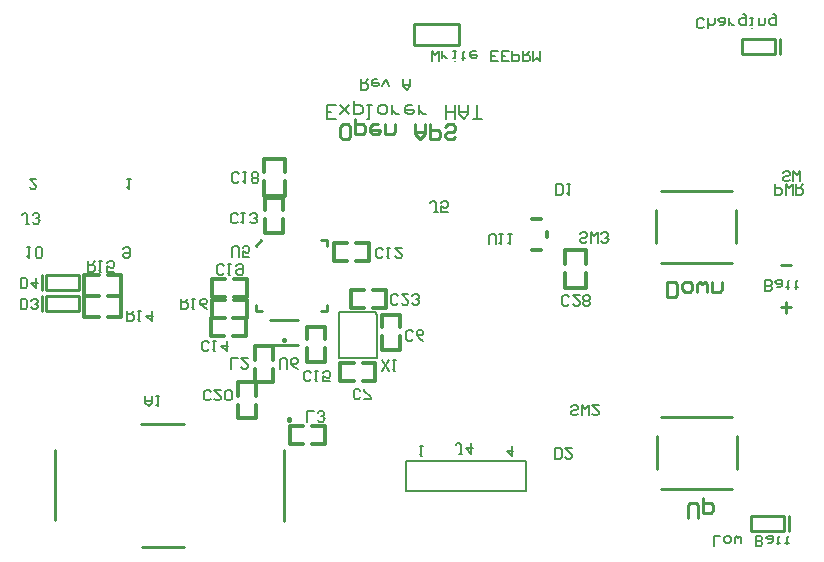
<source format=gbo>
*%FSLAX23Y23*%
*%MOIN*%
G01*
%ADD11C,0.000*%
%ADD12C,0.001*%
%ADD13C,0.002*%
%ADD14C,0.006*%
%ADD15C,0.007*%
%ADD16C,0.007*%
%ADD17C,0.008*%
%ADD18C,0.010*%
%ADD19C,0.012*%
%ADD20C,0.015*%
%ADD21C,0.015*%
%ADD22C,0.018*%
%ADD23C,0.022*%
%ADD24C,0.024*%
%ADD25C,0.025*%
%ADD26C,0.029*%
%ADD27C,0.031*%
%ADD28C,0.031*%
%ADD29C,0.035*%
%ADD30C,0.035*%
%ADD31C,0.039*%
%ADD32C,0.039*%
%ADD33C,0.046*%
%ADD34C,0.050*%
%ADD35C,0.051*%
%ADD36C,0.051*%
%ADD37C,0.054*%
%ADD38C,0.055*%
%ADD39C,0.059*%
%ADD40C,0.059*%
%ADD41C,0.070*%
%ADD42C,0.074*%
%ADD43C,0.115*%
%ADD44C,0.135*%
%ADD45C,0.138*%
%ADD46C,0.138*%
%ADD47C,0.158*%
%ADD48C,0.158*%
%ADD49C,0.190*%
%ADD50C,0.194*%
%ADD51C,0.236*%
%ADD52C,0.240*%
%ADD53R,0.011X0.030*%
%ADD54R,0.012X0.030*%
%ADD55R,0.014X0.033*%
%ADD56R,0.014X0.037*%
%ADD57R,0.015X0.034*%
%ADD58R,0.016X0.034*%
%ADD59R,0.018X0.037*%
%ADD60R,0.018X0.041*%
%ADD61R,0.020X0.025*%
%ADD62R,0.021X0.021*%
%ADD63R,0.024X0.029*%
%ADD64R,0.025X0.020*%
%ADD65R,0.029X0.024*%
%ADD66R,0.030X0.011*%
%ADD67R,0.030X0.030*%
%ADD68R,0.031X0.031*%
%ADD69R,0.033X0.014*%
%ADD70R,0.034X0.015*%
%ADD71R,0.034X0.034*%
%ADD72R,0.035X0.035*%
%ADD73R,0.037X0.014*%
%ADD74R,0.037X0.018*%
%ADD75R,0.039X0.055*%
%ADD76R,0.039X0.014*%
%ADD77R,0.041X0.018*%
%ADD78R,0.043X0.059*%
%ADD79R,0.043X0.018*%
%ADD80R,0.047X0.055*%
%ADD81R,0.048X0.024*%
%ADD82R,0.050X0.023*%
%ADD83R,0.050X0.060*%
%ADD84R,0.050X0.135*%
%ADD85R,0.051X0.071*%
%ADD86R,0.051X0.059*%
%ADD87R,0.052X0.028*%
%ADD88R,0.054X0.027*%
%ADD89R,0.054X0.064*%
%ADD90R,0.054X0.139*%
%ADD91R,0.055X0.039*%
%ADD92R,0.055X0.075*%
%ADD93R,0.057X0.012*%
%ADD94R,0.057X0.067*%
%ADD95R,0.059X0.043*%
%ADD96R,0.060X0.060*%
%ADD97R,0.061X0.024*%
%ADD98R,0.061X0.051*%
%ADD99R,0.061X0.016*%
%ADD100R,0.061X0.071*%
%ADD101R,0.063X0.039*%
%ADD102R,0.064X0.064*%
%ADD103R,0.065X0.028*%
%ADD104R,0.065X0.055*%
%ADD105R,0.067X0.043*%
%ADD106R,0.085X0.030*%
%ADD107R,0.089X0.034*%
%ADD108R,0.094X0.030*%
%ADD109R,0.098X0.034*%
%ADD110R,0.104X0.104*%
%ADD111R,0.108X0.108*%
%ADD112R,0.116X0.138*%
%ADD113R,0.120X0.142*%
%ADD114R,0.134X0.059*%
%ADD115R,0.138X0.039*%
%ADD116R,0.138X0.063*%
%ADD117R,0.142X0.043*%
%ADD118R,0.169X0.169*%
%ADD119R,0.173X0.173*%
%ADD120R,0.250X0.250*%
D14*
X9747Y8564D02*
Y8599D01*
Y8564D02*
X9764D01*
X9770Y8570D01*
Y8582D01*
X9764Y8587D01*
X9747D01*
X9759D02*
X9770Y8599D01*
X9788D02*
X9799D01*
X9788D02*
X9782Y8593D01*
Y8582D01*
X9788Y8576D01*
X9799D01*
X9805Y8582D01*
Y8587D01*
X9782D01*
X9817Y8576D02*
X9829Y8599D01*
X9840Y8576D01*
X9887D02*
Y8599D01*
Y8576D02*
X9899Y8564D01*
X9910Y8576D01*
Y8599D01*
Y8582D01*
X9887D01*
X9982Y8659D02*
Y8694D01*
X9994Y8682D01*
X10005Y8694D01*
Y8659D01*
X10017Y8671D02*
Y8694D01*
Y8682D01*
X10023Y8677D01*
X10029Y8671D01*
X10034D01*
X10052Y8694D02*
X10064D01*
X10058D01*
Y8671D01*
X10052D01*
X10058Y8659D02*
X10059D01*
X10087Y8665D02*
Y8671D01*
X10081D01*
X10093D01*
X10087D01*
Y8688D01*
X10093Y8694D01*
X10116D02*
X10128D01*
X10116D02*
X10110Y8688D01*
Y8677D01*
X10116Y8671D01*
X10128D01*
X10134Y8677D01*
Y8682D01*
X10110D01*
X10180Y8659D02*
X10204D01*
X10180D02*
Y8694D01*
X10204D01*
X10192Y8677D02*
X10180D01*
X10215Y8659D02*
X10239D01*
X10215D02*
Y8694D01*
X10239D01*
X10227Y8677D02*
X10215D01*
X10250Y8694D02*
Y8659D01*
X10268D01*
X10274Y8665D01*
Y8677D01*
X10268Y8682D01*
X10250D01*
X10285Y8694D02*
Y8659D01*
X10303D01*
X10309Y8665D01*
Y8677D01*
X10303Y8682D01*
X10285D01*
X10297D02*
X10309Y8694D01*
X10320D02*
Y8659D01*
X10332Y8671D01*
X10344Y8659D01*
Y8694D01*
X11092Y7929D02*
Y7894D01*
Y7929D02*
X11109D01*
X11115Y7923D01*
Y7917D01*
X11109Y7912D01*
X11092D01*
X11093D01*
X11092D02*
X11093D01*
X11092D02*
X11093D01*
X11092D02*
X11109D01*
X11115Y7906D01*
Y7900D01*
X11109Y7894D01*
X11092D01*
X11133Y7906D02*
X11144D01*
X11150Y7912D01*
Y7929D01*
X11133D01*
X11127Y7923D01*
X11133Y7917D01*
X11150D01*
X11168Y7906D02*
Y7900D01*
Y7906D02*
X11162D01*
X11174D01*
X11168D01*
Y7923D01*
X11174Y7929D01*
X11197Y7906D02*
Y7900D01*
Y7906D02*
X11191D01*
X11203D01*
X11197D01*
Y7923D01*
X11203Y7929D01*
X10248Y7378D02*
Y7343D01*
X10231Y7361D01*
X10254D01*
X9953Y7378D02*
X9941D01*
X9947D02*
X9953D01*
X9947D02*
Y7343D01*
X9948D01*
X9947D02*
X9941Y7349D01*
X9661Y8468D02*
X9631D01*
Y8513D01*
X9661D01*
X9646Y8491D02*
X9631D01*
X9676Y8483D02*
X9706Y8513D01*
X9691Y8498D01*
X9706Y8483D01*
X9676Y8513D01*
X9721Y8528D02*
Y8483D01*
X9743D01*
X9751Y8491D01*
Y8506D01*
X9743Y8513D01*
X9721D01*
X9766D02*
X9781D01*
X9773D01*
Y8468D01*
X9766D01*
X9811Y8513D02*
X9826D01*
X9833Y8506D01*
Y8491D01*
X9826Y8483D01*
X9811D01*
X9803Y8491D01*
Y8506D01*
X9811Y8513D01*
X9848D02*
Y8483D01*
Y8498D02*
Y8513D01*
Y8498D02*
X9856Y8491D01*
X9863Y8483D01*
X9871D01*
X9901Y8513D02*
X9916D01*
X9901D02*
X9893Y8506D01*
Y8491D01*
X9901Y8483D01*
X9916D01*
X9923Y8491D01*
Y8498D01*
X9893D01*
X9938Y8483D02*
Y8513D01*
Y8498D01*
X9946Y8491D01*
X9953Y8483D01*
X9961D01*
X10028Y8468D02*
Y8513D01*
Y8491D01*
X10058D01*
Y8468D01*
Y8513D01*
X10073D02*
Y8483D01*
X10088Y8468D01*
X10103Y8483D01*
Y8513D01*
Y8491D01*
X10073D01*
X10118Y8468D02*
X10148D01*
X10133D01*
Y8513D01*
X8664Y8268D02*
X8641D01*
X8664Y8245D01*
Y8239D01*
X8658Y8233D01*
X8647D01*
X8641Y8239D01*
X8966Y8268D02*
X8978D01*
X8972D01*
Y8233D01*
X8973D01*
X8972D02*
X8966Y8239D01*
X10921Y7078D02*
Y7043D01*
Y7078D02*
X10944D01*
X10962D02*
X10973D01*
X10979Y7072D01*
Y7061D01*
X10973Y7055D01*
X10962D01*
X10956Y7061D01*
Y7072D01*
X10962Y7078D01*
X10991Y7072D02*
Y7055D01*
Y7072D02*
X10997Y7078D01*
X11003Y7072D01*
X11008Y7078D01*
X11014Y7072D01*
Y7055D01*
X11061Y7043D02*
Y7078D01*
X11078D01*
X11084Y7072D01*
Y7066D01*
X11078Y7061D01*
X11061D01*
X11062D01*
X11061D02*
X11062D01*
X11061D02*
X11062D01*
X11061D02*
X11078D01*
X11084Y7055D01*
Y7049D01*
X11078Y7043D01*
X11061D01*
X11102Y7055D02*
X11113D01*
X11119Y7061D01*
Y7078D01*
X11102D01*
X11096Y7072D01*
X11102Y7066D01*
X11119D01*
X11137Y7055D02*
Y7049D01*
Y7055D02*
X11131D01*
X11143D01*
X11137D01*
Y7072D01*
X11143Y7078D01*
X11166Y7055D02*
Y7049D01*
Y7055D02*
X11160D01*
X11172D01*
X11166D01*
Y7072D01*
X11172Y7078D01*
X10884Y8769D02*
X10890Y8775D01*
X10884Y8769D02*
X10873D01*
X10867Y8775D01*
Y8798D01*
X10873Y8804D01*
X10884D01*
X10890Y8798D01*
X10902Y8804D02*
Y8769D01*
Y8787D02*
Y8804D01*
Y8787D02*
X10908Y8781D01*
X10919D01*
X10925Y8787D01*
Y8804D01*
X10943Y8781D02*
X10954D01*
X10960Y8787D01*
Y8804D01*
X10943D01*
X10937Y8798D01*
X10943Y8792D01*
X10960D01*
X10972Y8781D02*
Y8804D01*
Y8792D01*
X10978Y8787D01*
X10984Y8781D01*
X10989D01*
X11019Y8816D02*
X11024D01*
X11030Y8810D01*
Y8781D01*
X11013D01*
X11007Y8787D01*
Y8798D01*
X11013Y8804D01*
X11030D01*
X11042D02*
X11054D01*
X11048D01*
Y8781D01*
X11042D01*
X11048Y8769D02*
X11049D01*
X11071Y8781D02*
Y8804D01*
Y8781D02*
X11089D01*
X11094Y8787D01*
Y8804D01*
X11118Y8816D02*
X11124D01*
X11129Y8810D01*
Y8781D01*
X11112D01*
X11106Y8787D01*
Y8798D01*
X11112Y8804D01*
X11129D01*
X8958Y8039D02*
X8952Y8033D01*
X8958Y8039D02*
X8969D01*
X8975Y8033D01*
Y8010D01*
X8969Y8004D01*
X8958D01*
X8952Y8010D01*
Y8016D01*
X8958Y8022D01*
X8975D01*
X8644Y8039D02*
X8632D01*
X8638D02*
X8644D01*
X8638D02*
Y8004D01*
X8639D01*
X8638D02*
X8632Y8010D01*
X8661D02*
X8667Y8004D01*
X8679D01*
X8684Y8010D01*
Y8033D01*
X8679Y8039D01*
X8667D01*
X8661Y8033D01*
Y8010D01*
X11127Y8214D02*
Y8249D01*
Y8214D02*
X11144D01*
X11150Y8220D01*
Y8232D01*
X11144Y8237D01*
X11127D01*
X11162Y8249D02*
Y8214D01*
X11174Y8237D02*
X11162Y8249D01*
X11174Y8237D02*
X11185Y8249D01*
Y8214D01*
X11197D02*
Y8249D01*
Y8214D02*
X11214D01*
X11220Y8220D01*
Y8232D01*
X11214Y8237D01*
X11197D01*
X11209D02*
X11220Y8249D01*
X11175Y8265D02*
X11169Y8259D01*
X11158D01*
X11152Y8265D01*
Y8271D01*
X11158Y8277D01*
X11169D01*
X11175Y8282D01*
Y8288D01*
X11169Y8294D01*
X11158D01*
X11152Y8288D01*
X11187Y8294D02*
Y8259D01*
X11199Y8282D02*
X11187Y8294D01*
X11199Y8282D02*
X11210Y8294D01*
Y8259D01*
X10392Y7369D02*
Y7334D01*
Y7369D02*
X10409D01*
X10415Y7363D01*
Y7340D01*
X10409Y7334D01*
X10392D01*
X10427Y7369D02*
X10450D01*
X10427D02*
X10450Y7346D01*
Y7340D01*
X10444Y7334D01*
X10433D01*
X10427Y7340D01*
X10464Y7479D02*
X10470Y7485D01*
X10464Y7479D02*
X10453D01*
X10447Y7485D01*
Y7491D01*
X10453Y7497D01*
X10464D01*
X10470Y7502D01*
Y7508D01*
X10464Y7514D01*
X10453D01*
X10447Y7508D01*
X10482Y7514D02*
Y7479D01*
X10494Y7502D02*
X10482Y7514D01*
X10494Y7502D02*
X10505Y7514D01*
Y7479D01*
X10517Y7514D02*
X10540D01*
X10517D02*
X10540Y7491D01*
Y7485D01*
X10534Y7479D01*
X10523D01*
X10517Y7485D01*
X10084Y7352D02*
X10073D01*
X10078D01*
Y7381D01*
X10073Y7387D01*
X10067D01*
X10061Y7381D01*
X10113Y7387D02*
Y7352D01*
X10096Y7370D01*
X10119D01*
X8639Y8118D02*
X8628D01*
X8633D01*
Y8147D01*
X8628Y8153D01*
X8622D01*
X8616Y8147D01*
X8651Y8124D02*
X8657Y8118D01*
X8668D01*
X8674Y8124D01*
Y8130D01*
X8675D01*
X8674D02*
X8675D01*
X8674D02*
X8675D01*
X8674D02*
X8668Y8136D01*
X8663D01*
X8668D01*
X8674Y8141D01*
Y8147D01*
X8668Y8153D01*
X8657D01*
X8651Y8147D01*
X9334Y8254D02*
X9340Y8260D01*
X9334Y8254D02*
X9323D01*
X9317Y8260D01*
Y8283D01*
X9323Y8289D01*
X9334D01*
X9340Y8283D01*
X9352Y8289D02*
X9364D01*
X9358D01*
Y8254D01*
X9359D01*
X9358D02*
X9352Y8260D01*
X9381D02*
X9387Y8254D01*
X9399D01*
X9404Y8260D01*
Y8266D01*
X9399Y8272D01*
X9404Y8277D01*
Y8283D01*
X9399Y8289D01*
X9387D01*
X9381Y8283D01*
Y8277D01*
X9387Y8272D01*
X9381Y8266D01*
Y8260D01*
X9387Y8272D02*
X9399D01*
X9335Y8125D02*
X9329Y8119D01*
X9318D01*
X9312Y8125D01*
Y8148D01*
X9318Y8154D01*
X9329D01*
X9335Y8148D01*
X9347Y8154D02*
X9359D01*
X9353D01*
Y8119D01*
X9354D01*
X9353D02*
X9347Y8125D01*
X9376D02*
X9382Y8119D01*
X9394D01*
X9399Y8125D01*
Y8131D01*
X9400D01*
X9399D02*
X9400D01*
X9399D02*
X9400D01*
X9399D02*
X9394Y8137D01*
X9388D01*
X9394D01*
X9399Y8142D01*
Y8148D01*
X9394Y8154D01*
X9382D01*
X9376Y8148D01*
X9316Y8037D02*
Y8008D01*
Y8037D02*
X9322Y8043D01*
X9333D01*
X9339Y8037D01*
Y8008D01*
X9351D02*
X9374D01*
X9351D02*
Y8026D01*
X9363Y8020D01*
X9368D01*
X9374Y8026D01*
Y8037D01*
X9368Y8043D01*
X9357D01*
X9351Y8037D01*
X9579Y7599D02*
X9573Y7593D01*
X9562D01*
X9556Y7599D01*
Y7622D01*
X9562Y7628D01*
X9573D01*
X9579Y7622D01*
X9591Y7628D02*
X9603D01*
X9597D01*
Y7593D01*
X9598D01*
X9597D02*
X9591Y7599D01*
X9620Y7593D02*
X9643D01*
X9620D02*
Y7611D01*
X9632Y7605D01*
X9638D01*
X9643Y7611D01*
Y7622D01*
X9638Y7628D01*
X9626D01*
X9620Y7622D01*
X9738Y7533D02*
X9744Y7539D01*
X9738Y7533D02*
X9727D01*
X9721Y7539D01*
Y7562D01*
X9727Y7568D01*
X9738D01*
X9744Y7562D01*
X9756Y7533D02*
X9779D01*
Y7539D01*
X9756Y7562D01*
Y7568D01*
X9989Y8158D02*
X10001D01*
X9995D02*
X9989D01*
X9995D02*
Y8187D01*
X9989Y8193D01*
X9983D01*
X9977Y8187D01*
X10012Y8158D02*
X10036D01*
X10012D02*
Y8176D01*
X10024Y8170D01*
X10030D01*
X10036Y8176D01*
Y8187D01*
X10030Y8193D01*
X10018D01*
X10012Y8187D01*
X10397Y8214D02*
Y8249D01*
X10414D01*
X10420Y8243D01*
Y8220D01*
X10414Y8214D01*
X10397D01*
X10432Y8249D02*
X10444D01*
X10438D01*
Y8214D01*
X10439D01*
X10438D02*
X10432Y8220D01*
X10500Y8060D02*
X10494Y8054D01*
X10483D01*
X10477Y8060D01*
Y8066D01*
X10483Y8072D01*
X10494D01*
X10500Y8077D01*
Y8083D01*
X10494Y8089D01*
X10483D01*
X10477Y8083D01*
X10512Y8089D02*
Y8054D01*
X10524Y8077D02*
X10512Y8089D01*
X10524Y8077D02*
X10535Y8089D01*
Y8054D01*
X10547Y8060D02*
X10553Y8054D01*
X10564D01*
X10570Y8060D01*
Y8066D01*
X10571D01*
X10570D02*
X10571D01*
X10570D02*
X10571D01*
X10570D02*
X10564Y8072D01*
X10559D01*
X10564D01*
X10570Y8077D01*
Y8083D01*
X10564Y8089D01*
X10553D01*
X10547Y8083D01*
X10440Y7850D02*
X10434Y7844D01*
X10423D01*
X10417Y7850D01*
Y7873D01*
X10423Y7879D01*
X10434D01*
X10440Y7873D01*
X10452Y7879D02*
X10475D01*
X10452D02*
X10475Y7856D01*
Y7850D01*
X10469Y7844D01*
X10458D01*
X10452Y7850D01*
X10487D02*
X10493Y7844D01*
X10504D01*
X10510Y7850D01*
Y7856D01*
X10504Y7862D01*
X10510Y7867D01*
Y7873D01*
X10504Y7879D01*
X10493D01*
X10487Y7873D01*
Y7867D01*
X10493Y7862D01*
X10487Y7856D01*
Y7850D01*
X10493Y7862D02*
X10504D01*
X10172Y8049D02*
Y8078D01*
X10178Y8084D01*
X10189D01*
X10195Y8078D01*
Y8049D01*
X10207Y8084D02*
X10219D01*
X10213D01*
Y8049D01*
X10214D01*
X10213D02*
X10207Y8055D01*
X10236Y8084D02*
X10248D01*
X10242D01*
Y8049D01*
X10243D01*
X10242D02*
X10236Y8055D01*
X9819Y8009D02*
X9813Y8003D01*
X9802D01*
X9796Y8009D01*
Y8032D01*
X9802Y8038D01*
X9813D01*
X9819Y8032D01*
X9831Y8038D02*
X9843D01*
X9837D01*
Y8003D01*
X9838D01*
X9837D02*
X9831Y8009D01*
X9860Y8038D02*
X9883D01*
X9860D02*
X9883Y8015D01*
Y8009D01*
X9878Y8003D01*
X9866D01*
X9860Y8009D01*
X9869Y7854D02*
X9863Y7848D01*
X9852D01*
X9846Y7854D01*
Y7877D01*
X9852Y7883D01*
X9863D01*
X9869Y7877D01*
X9881Y7883D02*
X9904D01*
X9881D02*
X9904Y7860D01*
Y7854D01*
X9898Y7848D01*
X9887D01*
X9881Y7854D01*
X9916D02*
X9922Y7848D01*
X9933D01*
X9939Y7854D01*
Y7860D01*
X9940D01*
X9939D02*
X9940D01*
X9939D02*
X9940D01*
X9939D02*
X9933Y7866D01*
X9928D01*
X9933D01*
X9939Y7871D01*
Y7877D01*
X9933Y7883D01*
X9922D01*
X9916Y7877D01*
X9839Y7663D02*
X9816Y7628D01*
X9839D02*
X9816Y7663D01*
X9851D02*
X9863D01*
X9857D01*
Y7628D01*
X9858D01*
X9857D02*
X9851Y7634D01*
X9913Y7728D02*
X9919Y7734D01*
X9913Y7728D02*
X9902D01*
X9896Y7734D01*
Y7757D01*
X9902Y7763D01*
X9913D01*
X9919Y7757D01*
X9943Y7734D02*
X9954Y7728D01*
X9943Y7734D02*
X9931Y7746D01*
Y7757D01*
X9937Y7763D01*
X9948D01*
X9954Y7757D01*
Y7751D01*
X9948Y7746D01*
X9931D01*
X9566Y7493D02*
Y7458D01*
Y7493D02*
X9589D01*
X9601Y7464D02*
X9607Y7458D01*
X9618D01*
X9624Y7464D01*
Y7470D01*
X9625D01*
X9624D02*
X9625D01*
X9624D02*
X9625D01*
X9624D02*
X9618Y7476D01*
X9613D01*
X9618D01*
X9624Y7481D01*
Y7487D01*
X9618Y7493D01*
X9607D01*
X9601Y7487D01*
X9027Y7521D02*
Y7544D01*
Y7521D02*
X9039Y7509D01*
X9050Y7521D01*
Y7544D01*
Y7527D01*
X9027D01*
X9062Y7544D02*
X9074D01*
X9068D01*
Y7509D01*
X9069D01*
X9068D02*
X9062Y7515D01*
X9239Y7529D02*
X9245Y7535D01*
X9239Y7529D02*
X9228D01*
X9222Y7535D01*
Y7558D01*
X9228Y7564D01*
X9239D01*
X9245Y7558D01*
X9257Y7564D02*
X9280D01*
X9257D02*
X9280Y7541D01*
Y7535D01*
X9274Y7529D01*
X9263D01*
X9257Y7535D01*
X9292D02*
X9298Y7529D01*
X9309D01*
X9315Y7535D01*
Y7558D01*
X9309Y7564D01*
X9298D01*
X9292Y7558D01*
Y7535D01*
X9312Y7634D02*
Y7669D01*
X9335D01*
X9347D02*
X9370D01*
X9347D02*
X9370Y7646D01*
Y7640D01*
X9364Y7634D01*
X9353D01*
X9347Y7640D01*
X9477Y7634D02*
Y7663D01*
X9483Y7669D01*
X9494D01*
X9500Y7663D01*
Y7634D01*
X9524Y7640D02*
X9535Y7634D01*
X9524Y7640D02*
X9512Y7652D01*
Y7663D01*
X9518Y7669D01*
X9529D01*
X9535Y7663D01*
Y7657D01*
X9529Y7652D01*
X9512D01*
X9239Y7699D02*
X9233Y7693D01*
X9222D01*
X9216Y7699D01*
Y7722D01*
X9222Y7728D01*
X9233D01*
X9239Y7722D01*
X9251Y7728D02*
X9263D01*
X9257D01*
Y7693D01*
X9258D01*
X9257D02*
X9251Y7699D01*
X9298Y7693D02*
Y7728D01*
X9280Y7711D02*
X9298Y7693D01*
X9303Y7711D02*
X9280D01*
X9146Y7833D02*
Y7868D01*
Y7833D02*
X9163D01*
X9169Y7839D01*
Y7851D01*
X9163Y7856D01*
X9146D01*
X9158D02*
X9169Y7868D01*
X9181D02*
X9193D01*
X9187D01*
Y7833D01*
X9188D01*
X9187D02*
X9181Y7839D01*
X9222D02*
X9233Y7833D01*
X9222Y7839D02*
X9210Y7851D01*
Y7862D01*
X9216Y7868D01*
X9228D01*
X9233Y7862D01*
Y7856D01*
X9228Y7851D01*
X9210D01*
X9283Y7948D02*
X9289Y7954D01*
X9283Y7948D02*
X9272D01*
X9266Y7954D01*
Y7977D01*
X9272Y7983D01*
X9283D01*
X9289Y7977D01*
X9301Y7983D02*
X9313D01*
X9307D01*
Y7948D01*
X9308D01*
X9307D02*
X9301Y7954D01*
X9330Y7977D02*
X9336Y7983D01*
X9348D01*
X9353Y7977D01*
Y7954D01*
X9348Y7948D01*
X9336D01*
X9330Y7954D01*
Y7960D01*
X9336Y7966D01*
X9353D01*
X8966Y7828D02*
Y7793D01*
X8983D01*
X8989Y7799D01*
Y7811D01*
X8983Y7816D01*
X8966D01*
X8978D02*
X8989Y7828D01*
X9001D02*
X9013D01*
X9007D01*
Y7793D01*
X9008D01*
X9007D02*
X9001Y7799D01*
X9048Y7793D02*
Y7828D01*
X9030Y7811D02*
X9048Y7793D01*
X9053Y7811D02*
X9030D01*
X8836Y7958D02*
Y7993D01*
Y7958D02*
X8853D01*
X8859Y7964D01*
Y7976D01*
X8853Y7981D01*
X8836D01*
X8848D02*
X8859Y7993D01*
X8871D02*
X8883D01*
X8877D01*
Y7958D01*
X8878D01*
X8877D02*
X8871Y7964D01*
X8900Y7958D02*
X8923D01*
X8900D02*
Y7976D01*
X8912Y7970D01*
X8918D01*
X8923Y7976D01*
Y7987D01*
X8918Y7993D01*
X8906D01*
X8900Y7987D01*
X8611Y7938D02*
Y7903D01*
Y7938D02*
X8628D01*
X8634Y7932D01*
Y7909D01*
X8628Y7903D01*
X8611D01*
X8663D02*
Y7938D01*
X8646Y7921D02*
X8663Y7903D01*
X8669Y7921D02*
X8646D01*
X8611Y7868D02*
Y7833D01*
Y7868D02*
X8628D01*
X8634Y7862D01*
Y7839D01*
X8628Y7833D01*
X8611D01*
X8646Y7839D02*
X8652Y7833D01*
X8663D01*
X8669Y7839D01*
Y7845D01*
X8670D01*
X8669D02*
X8670D01*
X8669D02*
X8670D01*
X8669D02*
X8663Y7851D01*
X8658D01*
X8663D01*
X8669Y7856D01*
Y7862D01*
X8663Y7868D01*
X8652D01*
X8646Y7862D01*
D17*
X10296Y7328D02*
Y7228D01*
X9896D02*
Y7328D01*
X10296D01*
Y7228D02*
X9896D01*
X9800Y7814D02*
X9791Y7824D01*
X9800Y7814D02*
X9800Y7670D01*
X9673D02*
Y7824D01*
Y7670D02*
X9800D01*
X9791Y7824D02*
X9673D01*
D18*
X9685Y8399D02*
X9702D01*
X9685D02*
X9677Y8407D01*
Y8441D01*
X9685Y8449D01*
X9702D01*
X9710Y8441D01*
Y8407D01*
X9702Y8399D01*
X9727Y8416D02*
Y8466D01*
Y8416D02*
X9752D01*
X9760Y8424D01*
Y8441D01*
X9752Y8449D01*
X9727D01*
X9785D02*
X9802D01*
X9785D02*
X9777Y8441D01*
Y8424D01*
X9785Y8416D01*
X9802D01*
X9810Y8424D01*
Y8432D01*
X9777D01*
X9827Y8449D02*
Y8416D01*
X9852D01*
X9860Y8424D01*
Y8449D01*
X9927D02*
Y8416D01*
X9944Y8399D01*
X9960Y8416D01*
Y8449D01*
Y8424D01*
X9927D01*
X9977Y8449D02*
Y8399D01*
X10002D01*
X10010Y8407D01*
Y8424D01*
X10002Y8432D01*
X9977D01*
X10052Y8399D02*
X10060Y8407D01*
X10052Y8399D02*
X10035D01*
X10027Y8407D01*
Y8416D01*
X10035Y8424D01*
X10052D01*
X10060Y8432D01*
Y8441D01*
X10052Y8449D01*
X10035D01*
X10027Y8441D01*
X11147Y7979D02*
X11180D01*
Y7839D02*
X11147D01*
X11164Y7856D02*
Y7822D01*
X10836Y7180D02*
Y7138D01*
Y7180D02*
X10844Y7188D01*
X10861D01*
X10869Y7180D01*
Y7138D01*
X10886Y7155D02*
Y7205D01*
Y7155D02*
X10911D01*
X10919Y7163D01*
Y7180D01*
X10911Y7188D01*
X10886D01*
X10767Y7874D02*
Y7924D01*
X10792D01*
X10800Y7916D01*
Y7882D01*
X10792Y7874D01*
X10767D01*
X10825Y7924D02*
X10842D01*
X10850Y7916D01*
Y7899D01*
X10842Y7891D01*
X10825D01*
X10817Y7899D01*
Y7916D01*
X10825Y7924D01*
X10867Y7916D02*
Y7891D01*
Y7916D02*
X10875Y7924D01*
X10884Y7916D01*
X10892Y7924D01*
X10900Y7916D01*
Y7891D01*
X10917D02*
Y7924D01*
Y7891D02*
X10942D01*
X10950Y7899D01*
Y7924D01*
X11171Y7143D02*
Y7093D01*
X11046D02*
Y7143D01*
X11156D02*
Y7093D01*
X11051Y7143D02*
X11046D01*
Y7093D02*
X11156D01*
Y7143D02*
X11051D01*
X10731Y7299D02*
Y7410D01*
X10998D02*
Y7299D01*
X10982Y7474D02*
X10747D01*
Y7234D02*
X10982D01*
X9413Y8063D02*
X9396Y8045D01*
X9396Y7848D02*
Y7828D01*
X9631D02*
Y7848D01*
Y8043D02*
Y8063D01*
X9416Y7828D02*
X9396D01*
X9611Y8063D02*
X9631D01*
Y7828D02*
X9611D01*
X9922Y8713D02*
Y8783D01*
X10071D02*
Y8713D01*
X9922D01*
Y8783D02*
X10071D01*
X11142Y8734D02*
Y8684D01*
X11017D02*
Y8734D01*
X11127D02*
Y8684D01*
X11022Y8734D02*
X11017D01*
Y8684D02*
X11127D01*
Y8734D02*
X11022D01*
X10730Y8164D02*
Y8053D01*
X10997D02*
Y8164D01*
X10981Y8228D02*
X10746D01*
Y7988D02*
X10981D01*
X9502Y7469D02*
Y7461D01*
X9510D01*
Y7469D01*
X9502D01*
X8727Y7365D02*
Y7129D01*
X9489Y7127D02*
Y7363D01*
X9155Y7040D02*
X9017D01*
X9014Y7449D02*
X9155D01*
X9485Y7733D02*
X9491D01*
X9485D02*
Y7727D01*
X9491D01*
Y7733D01*
X9536Y7713D02*
X9441D01*
Y7798D02*
X9536D01*
X8681Y7898D02*
Y7948D01*
X8806D02*
Y7898D01*
X8696D02*
Y7948D01*
X8801Y7898D02*
X8806D01*
Y7948D02*
X8696D01*
Y7898D02*
X8801D01*
X8681Y7878D02*
Y7828D01*
X8806D02*
Y7878D01*
X8696D02*
Y7828D01*
X8801D02*
X8806D01*
Y7878D02*
X8696D01*
Y7828D02*
X8801D01*
D19*
X9422Y8289D02*
Y8334D01*
X9492D02*
Y8289D01*
Y8259D02*
Y8209D01*
X9422D02*
Y8259D01*
Y8334D02*
X9492D01*
Y8209D02*
X9422D01*
X9486Y8133D02*
Y8088D01*
X9426D02*
Y8133D01*
Y8163D02*
Y8205D01*
X9486D02*
Y8163D01*
Y8088D02*
X9426D01*
Y8205D02*
X9486D01*
X9626Y7775D02*
Y7733D01*
X9566D02*
Y7775D01*
Y7703D02*
Y7658D01*
X9626D02*
Y7703D01*
Y7775D02*
X9566D01*
Y7658D02*
X9626D01*
X9676Y7653D02*
Y7593D01*
X9793D02*
Y7653D01*
X9721Y7593D02*
X9676D01*
Y7653D02*
X9721D01*
X9751D02*
X9793D01*
Y7593D02*
X9751D01*
X10427Y7984D02*
Y8029D01*
X10497D02*
Y7984D01*
Y7954D02*
Y7904D01*
X10427D02*
Y7954D01*
Y8029D02*
X10497D01*
Y7904D02*
X10427D01*
X10367Y8074D02*
Y8089D01*
X10347Y8029D02*
X10317D01*
Y8134D02*
X10347D01*
X9773Y8053D02*
Y7993D01*
X9656D02*
Y8053D01*
X9728D02*
X9773D01*
Y7993D02*
X9728D01*
X9698D02*
X9656D01*
Y8053D02*
X9698D01*
X9828Y7898D02*
Y7838D01*
X9711D02*
Y7898D01*
X9786Y7838D02*
X9828D01*
Y7898D02*
X9786D01*
X9756D02*
X9711D01*
Y7838D02*
X9756D01*
X9876Y7743D02*
Y7698D01*
X9816D02*
Y7743D01*
Y7773D02*
Y7815D01*
X9876D02*
Y7773D01*
Y7698D02*
X9816D01*
Y7815D02*
X9876D01*
X9509Y7443D02*
Y7383D01*
X9626D02*
Y7443D01*
X9551D02*
X9509D01*
Y7383D02*
X9551D01*
X9581D02*
X9626D01*
Y7443D02*
X9581D01*
X9337Y7472D02*
Y7514D01*
X9397D02*
Y7472D01*
Y7544D02*
Y7589D01*
X9337D02*
Y7544D01*
Y7472D02*
X9397D01*
Y7589D02*
X9337D01*
X9392Y7592D02*
Y7634D01*
X9452D02*
Y7592D01*
Y7664D02*
Y7709D01*
X9392D02*
Y7664D01*
Y7592D02*
X9452D01*
Y7709D02*
X9392D01*
X9246Y7743D02*
Y7803D01*
X9363D02*
Y7743D01*
X9288Y7803D02*
X9246D01*
Y7743D02*
X9288D01*
X9318D02*
X9363D01*
Y7803D02*
X9318D01*
X9366D02*
Y7863D01*
X9249D02*
Y7803D01*
X9321Y7863D02*
X9366D01*
Y7803D02*
X9321D01*
X9291D02*
X9249D01*
Y7863D02*
X9291D01*
X9366Y7873D02*
Y7933D01*
X9249D02*
Y7873D01*
X9321Y7933D02*
X9366D01*
Y7873D02*
X9321D01*
X9291D02*
X9249D01*
Y7933D02*
X9291D01*
X8821Y7878D02*
Y7808D01*
X8946D02*
Y7878D01*
X8871D02*
X8821D01*
Y7808D02*
X8871D01*
X8901D02*
X8946D01*
Y7878D02*
X8901D01*
X8821D02*
Y7948D01*
X8946D02*
Y7878D01*
X8871Y7948D02*
X8821D01*
Y7878D02*
X8871D01*
X8901D02*
X8946D01*
Y7948D02*
X8901D01*
D02*
M02*

</source>
